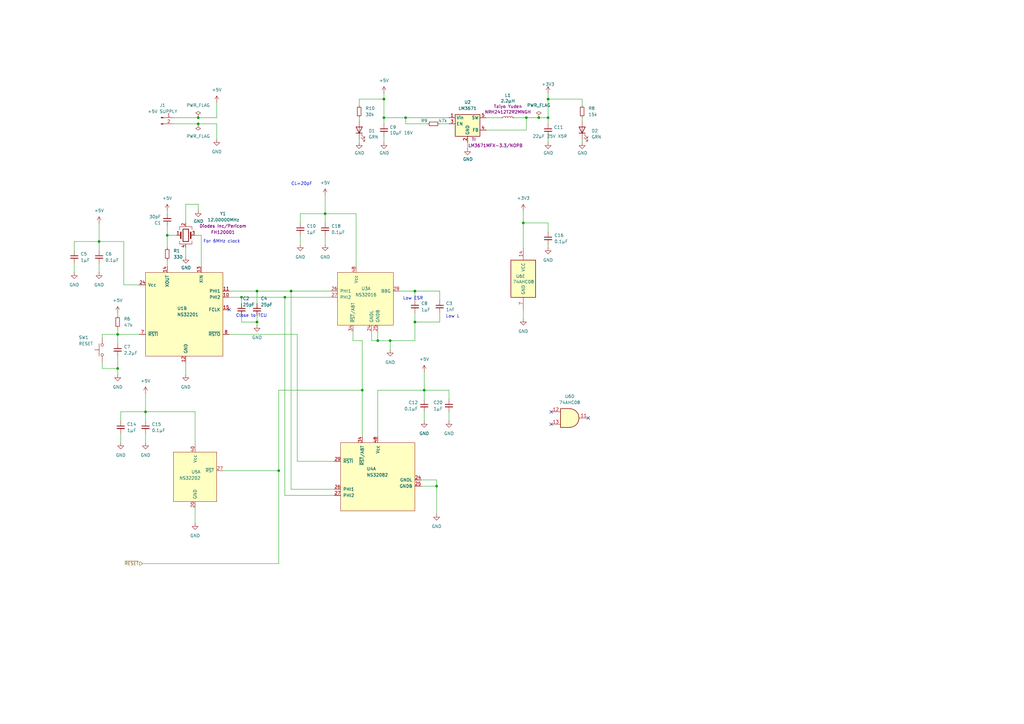
<source format=kicad_sch>
(kicad_sch (version 20231120) (generator "eeschema") (generator_version "8.0")
  (paper "A3")
  (title_block (title "NS32016 Toy PCB") (date "2024-07-24") (rev "Rev 2") (comment 1 "bson@rockgarden.net") (comment 2 "Jan Brittenson") (comment 3 "Power, NS32k Clock, Reset"))
  (lib_symbols
    (symbol "74xx:74LS08" (pin_names (offset 1.016))
      (property "Reference" "U" (at 0 1.27 0))
      (property "Value" "74LS08" (at 0 -1.27 0))
      (symbol "74LS08_1_1"
        (pin input line (at -7.62 2.54 0) (length 3.81) (name "~") (number "1"))
        (pin input line (at -7.62 -2.54 0) (length 3.81) (name "~") (number "2"))
        (pin output line (at 7.62 0 180) (length 3.81) (name "~") (number "3"))
      )
      (symbol "74LS08_1_2"
        (pin input inverted (at -7.62 2.54 0) (length 4.318) (name "~") (number "1"))
        (pin input inverted (at -7.62 -2.54 0) (length 4.318) (name "~") (number "2"))
        (pin output inverted (at 7.62 0 180) (length 3.81) (name "~") (number "3"))
      )
      (symbol "74LS08_2_1"
        (pin input line (at -7.62 2.54 0) (length 3.81) (name "~") (number "4"))
        (pin input line (at -7.62 -2.54 0) (length 3.81) (name "~") (number "5"))
        (pin output line (at 7.62 0 180) (length 3.81) (name "~") (number "6"))
      )
      (symbol "74LS08_2_2"
        (pin input inverted (at -7.62 2.54 0) (length 4.318) (name "~") (number "4"))
        (pin input inverted (at -7.62 -2.54 0) (length 4.318) (name "~") (number "5"))
        (pin output inverted (at 7.62 0 180) (length 3.81) (name "~") (number "6"))
      )
      (symbol "74LS08_3_1"
        (pin input line (at -7.62 -2.54 0) (length 3.81) (name "~") (number "10"))
        (pin output line (at 7.62 0 180) (length 3.81) (name "~") (number "8"))
        (pin input line (at -7.62 2.54 0) (length 3.81) (name "~") (number "9"))
      )
      (symbol "74LS08_3_2"
        (pin input inverted (at -7.62 -2.54 0) (length 4.318) (name "~") (number "10"))
        (pin output inverted (at 7.62 0 180) (length 3.81) (name "~") (number "8"))
        (pin input inverted (at -7.62 2.54 0) (length 4.318) (name "~") (number "9"))
      )
      (symbol "74LS08_4_1"
        (pin output line (at 7.62 0 180) (length 3.81) (name "~") (number "11"))
        (pin input line (at -7.62 2.54 0) (length 3.81) (name "~") (number "12"))
        (pin input line (at -7.62 -2.54 0) (length 3.81) (name "~") (number "13"))
      )
      (symbol "74LS08_4_2"
        (pin output inverted (at 7.62 0 180) (length 3.81) (name "~") (number "11"))
        (pin input inverted (at -7.62 2.54 0) (length 4.318) (name "~") (number "12"))
        (pin input inverted (at -7.62 -2.54 0) (length 4.318) (name "~") (number "13"))
      )
      (symbol "74LS08_5_0"
        (pin power_in line (at 0 12.7 270) (length 5.08) (name "VCC") (number "14"))
        (pin power_in line (at 0 -12.7 90) (length 5.08) (name "GND") (number "7"))
      )
    )
    (symbol "Connector:Conn_01x02_Pin" (pin_names (offset 1.016) hide)
      (property "Reference" "J" (at 0 2.54 0))
      (property "Value" "Conn_01x02_Pin" (at 0 -5.08 0))
      (symbol "Conn_01x02_Pin_1_1"
        (pin passive line (at 5.08 0 180) (length 3.81) (name "Pin_1") (number "1"))
        (pin passive line (at 5.08 -2.54 180) (length 3.81) (name "Pin_2") (number "2"))
      )
    )
    (symbol "Device:C_Small" (pin_numbers hide) (pin_names (offset 0.254) hide)
      (property "Reference" "C" (at 0.254 1.778 0))
      (property "Value" "C_Small" (at 0.254 -2.032 0))
      (symbol "C_Small_1_1"
        (pin passive line (at 0 2.54 270) (length 2.032) (name "~") (number "1"))
        (pin passive line (at 0 -2.54 90) (length 2.032) (name "~") (number "2"))
      )
    )
    (symbol "Device:Crystal_GND24" (pin_names (offset 1.016) hide)
      (property "Reference" "Y" (at 3.175 5.08 0))
      (property "Value" "Crystal_GND24" (at 3.175 3.175 0))
      (symbol "Crystal_GND24_1_1"
        (pin passive line (at -3.81 0 0) (length 1.27) (name "1") (number "1"))
        (pin passive line (at 0 5.08 270) (length 1.27) (name "2") (number "2"))
        (pin passive line (at 3.81 0 180) (length 1.27) (name "3") (number "3"))
        (pin passive line (at 0 -5.08 90) (length 1.27) (name "4") (number "4"))
      )
    )
    (symbol "Device:LED" (pin_numbers hide) (pin_names (offset 1.016) hide)
      (property "Reference" "D" (at 0 2.54 0))
      (property "Value" "LED" (at 0 -2.54 0))
      (symbol "LED_1_1"
        (pin passive line (at -3.81 0 0) (length 2.54) (name "K") (number "1"))
        (pin passive line (at 3.81 0 180) (length 2.54) (name "A") (number "2"))
      )
    )
    (symbol "Device:L_Small" (pin_numbers hide) (pin_names (offset 0.254) hide)
      (property "Reference" "L" (at 0.762 1.016 0))
      (property "Value" "L_Small" (at 0.762 -1.016 0))
      (symbol "L_Small_1_1"
        (pin passive line (at 0 2.54 270) (length 0.508) (name "~") (number "1"))
        (pin passive line (at 0 -2.54 90) (length 0.508) (name "~") (number "2"))
      )
    )
    (symbol "Device:R_Small" (pin_numbers hide) (pin_names (offset 0.254) hide)
      (property "Reference" "R" (at 0.762 0.508 0))
      (property "Value" "R_Small" (at 0.762 -1.016 0))
      (symbol "R_Small_1_1"
        (pin passive line (at 0 2.54 270) (length 0.762) (name "~") (number "1"))
        (pin passive line (at 0 -2.54 90) (length 0.762) (name "~") (number "2"))
      )
    )
    (symbol "NS32K_chipset:NS32016" (pin_names (offset 1.016))
      (property "Reference" "U" (at -1.27 5.08 0))
      (property "Value" "NS32016" (at 0 0 0))
      (symbol "NS32016_1_1"
        (pin power_in line (at 1.27 -12.7 90) (length 2.54) (name "GNDL") (number "24"))
        (pin power_in line (at 3.81 -12.7 90) (length 2.54) (name "GNDB") (number "25"))
        (pin input line (at -15.24 3.81 0) (length 2.54) (name "PHI1") (number "26"))
        (pin input line (at -15.24 1.27 0) (length 2.54) (name "PHI2") (number "27"))
        (pin power_out line (at 12.7 3.81 180) (length 2.54) (name "BBG") (number "29"))
        (pin input line (at -6.35 -12.7 90) (length 2.54) (name "~{RST}/ABT") (number "34"))
        (pin power_in line (at -5.08 13.97 270) (length 2.54) (name "Vcc") (number "48"))
      )
      (symbol "NS32016_2_1"
        (pin output line (at 15.24 -27.94 180) (length 2.54) (name "A22") (number "1"))
        (pin bidirectional line (at 15.24 -5.08 180) (length 2.54) (name "AD13") (number "10"))
        (pin bidirectional line (at 15.24 -2.54 180) (length 2.54) (name "AD12") (number "11"))
        (pin bidirectional line (at 15.24 0 180) (length 2.54) (name "AD11") (number "12"))
        (pin bidirectional line (at 15.24 2.54 180) (length 2.54) (name "AD10") (number "13"))
        (pin bidirectional line (at 15.24 5.08 180) (length 2.54) (name "AD9") (number "14"))
        (pin bidirectional line (at 15.24 7.62 180) (length 2.54) (name "AD8") (number "15"))
        (pin bidirectional line (at 15.24 10.16 180) (length 2.54) (name "AD7") (number "16"))
        (pin bidirectional line (at 15.24 12.7 180) (length 2.54) (name "AD6") (number "17"))
        (pin bidirectional line (at 15.24 15.24 180) (length 2.54) (name "AD5") (number "18"))
        (pin bidirectional line (at 15.24 17.78 180) (length 2.54) (name "AD4") (number "19"))
        (pin output line (at 15.24 -25.4 180) (length 2.54) (name "A21") (number "2"))
        (pin bidirectional line (at 15.24 20.32 180) (length 2.54) (name "AD3") (number "20"))
        (pin bidirectional line (at 15.24 22.86 180) (length 2.54) (name "AD2") (number "21"))
        (pin bidirectional line (at 15.24 25.4 180) (length 2.54) (name "AD1") (number "22"))
        (pin bidirectional line (at 15.24 27.94 180) (length 2.54) (name "AD0") (number "23"))
        (pin input line (at -1.27 -44.45 90) (length 2.54) (name "RDY") (number "28"))
        (pin output line (at 15.24 -22.86 180) (length 2.54) (name "A20") (number "3"))
        (pin input line (at -8.89 36.83 270) (length 2.54) (name "~{HOLD}") (number "30"))
        (pin output line (at -6.35 36.83 270) (length 2.54) (name "~{HLDA}") (number "31"))
        (pin output line (at 15.24 -35.56 180) (length 2.54) (name "~{HBE}") (number "32"))
        (pin bidirectional line (at -15.24 -21.59 0) (length 2.54) (name "~{DS}/~{FLT}") (number "33"))
        (pin output line (at 5.08 -44.45 90) (length 2.54) (name "~{AT}/~{SPC}") (number "35"))
        (pin output line (at -15.24 13.97 0) (length 2.54) (name "U/~{S}") (number "36"))
        (pin output line (at -3.81 -44.45 90) (length 2.54) (name "~{ADS}") (number "37"))
        (pin output line (at -6.35 -44.45 90) (length 2.54) (name "~{DDIN}") (number "38"))
        (pin output line (at -15.24 5.08 0) (length 2.54) (name "~{PFS}") (number "39"))
        (pin output line (at 15.24 -20.32 180) (length 2.54) (name "A19") (number "4"))
        (pin output line (at -15.24 -11.43 0) (length 2.54) (name "ST3") (number "40"))
        (pin output line (at -15.24 -8.89 0) (length 2.54) (name "ST2") (number "41"))
        (pin output line (at -15.24 -6.35 0) (length 2.54) (name "ST1") (number "42"))
        (pin output line (at -15.24 -3.81 0) (length 2.54) (name "ST0") (number "43"))
        (pin output line (at -15.24 8.89 0) (length 2.54) (name "~{ILO}") (number "44"))
        (pin input line (at 5.08 36.83 270) (length 2.54) (name "~{NMI}") (number "45"))
        (pin input line (at 2.54 36.83 270) (length 2.54) (name "~{INT}") (number "46"))
        (pin output line (at 15.24 -30.48 180) (length 2.54) (name "A23") (number "47"))
        (pin output line (at 15.24 -17.78 180) (length 2.54) (name "A18") (number "5"))
        (pin output line (at 15.24 -15.24 180) (length 2.54) (name "A17") (number "6"))
        (pin output line (at 15.24 -12.7 180) (length 2.54) (name "A16") (number "7"))
        (pin bidirectional line (at 15.24 -10.16 180) (length 2.54) (name "AD15") (number "8"))
        (pin bidirectional line (at 15.24 -7.62 180) (length 2.54) (name "AD14") (number "9"))
      )
    )
    (symbol "NS32K_chipset:NS32082" (pin_names (offset 1.016))
      (property "Reference" "U" (at 0 6.35 0))
      (property "Value" "NS32082" (at 0 2.54 0))
      (symbol "NS32082_1_1"
        (pin power_in line (at 16.51 0 180) (length 2.54) (name "GNDL") (number "24"))
        (pin power_in line (at 16.51 -2.54 180) (length 2.54) (name "GNDB") (number "25"))
        (pin input line (at -19.05 -3.81 0) (length 2.54) (name "PHI1") (number "26"))
        (pin input line (at -19.05 -6.35 0) (length 2.54) (name "PHI2") (number "27"))
        (pin input line (at -19.05 7.62 0) (length 2.54) (name "~{RSTI}") (number "29"))
        (pin output line (at -7.62 17.78 270) (length 2.54) (name "~{RST}/ABT") (number "34"))
        (pin power_in line (at -1.27 17.78 270) (length 2.54) (name "Vcc") (number "48"))
      )
      (symbol "NS32082_2_1"
        (pin bidirectional line (at 31.75 -25.4 90) (length 2.54) (name "A22") (number "1"))
        (pin bidirectional line (at 8.89 -25.4 90) (length 2.54) (name "AD13") (number "10"))
        (pin bidirectional line (at 6.35 -25.4 90) (length 2.54) (name "AD12") (number "11"))
        (pin bidirectional line (at 3.81 -25.4 90) (length 2.54) (name "AD11") (number "12"))
        (pin bidirectional line (at 1.27 -25.4 90) (length 2.54) (name "AD10") (number "13"))
        (pin bidirectional line (at -1.27 -25.4 90) (length 2.54) (name "AD9") (number "14"))
        (pin bidirectional line (at -3.81 -25.4 90) (length 2.54) (name "AD8") (number "15"))
        (pin bidirectional line (at -6.35 -25.4 90) (length 2.54) (name "AD7") (number "16"))
        (pin bidirectional line (at -8.89 -25.4 90) (length 2.54) (name "AD6") (number "17"))
        (pin bidirectional line (at -11.43 -25.4 90) (length 2.54) (name "AD5") (number "18"))
        (pin bidirectional line (at -13.97 -25.4 90) (length 2.54) (name "AD4") (number "19"))
        (pin bidirectional line (at 29.21 -25.4 90) (length 2.54) (name "A21") (number "2"))
        (pin bidirectional line (at -16.51 -25.4 90) (length 2.54) (name "AD3") (number "20"))
        (pin bidirectional line (at -19.05 -25.4 90) (length 2.54) (name "AD2") (number "21"))
        (pin bidirectional line (at -21.59 -25.4 90) (length 2.54) (name "AD1") (number "22"))
        (pin bidirectional line (at -24.13 -25.4 90) (length 2.54) (name "AD0") (number "23"))
        (pin input line (at -43.18 -12.7 0) (length 2.54) (name "RDY") (number "28"))
        (pin bidirectional line (at 26.67 -25.4 90) (length 2.54) (name "A20") (number "3"))
        (pin input line (at 41.91 7.62 180) (length 2.54) (name "~{HOLD}") (number "30"))
        (pin input line (at 41.91 5.08 180) (length 2.54) (name "~{HLDAI}") (number "31"))
        (pin output line (at 41.91 2.54 180) (length 2.54) (name "~{HLDAO}") (number "32"))
        (pin output line (at -43.18 -6.35 0) (length 2.54) (name "~{FLT}") (number "33"))
        (pin bidirectional line (at -43.18 16.51 0) (length 2.54) (name "~{AT}/~{SPC}") (number "35"))
        (pin input line (at -43.18 12.7 0) (length 2.54) (name "U/~{S}") (number "36"))
        (pin bidirectional line (at -29.21 -25.4 90) (length 2.54) (name "~{ADS}") (number "37"))
        (pin bidirectional line (at -31.75 -25.4 90) (length 2.54) (name "~{DDIN}") (number "38"))
        (pin input line (at -43.18 -16.51 0) (length 2.54) (name "~{PFS}") (number "39"))
        (pin bidirectional line (at 24.13 -25.4 90) (length 2.54) (name "A19") (number "4"))
        (pin input line (at -43.18 1.27 0) (length 2.54) (name "ST3") (number "40"))
        (pin input line (at -43.18 3.81 0) (length 2.54) (name "ST2") (number "41"))
        (pin input line (at -43.18 6.35 0) (length 2.54) (name "ST1") (number "42"))
        (pin input line (at -43.18 8.89 0) (length 2.54) (name "ST0") (number "43"))
        (pin output line (at -34.29 -25.4 90) (length 2.54) (name "~{PAV}") (number "44"))
        (pin output line (at -43.18 -3.81 0) (length 2.54) (name "~{INT}") (number "45"))
        (pin bidirectional line (at 36.83 -25.4 90) (length 2.54) (name "A24/~{HBF}") (number "46"))
        (pin bidirectional line (at 34.29 -25.4 90) (length 2.54) (name "A23") (number "47"))
        (pin bidirectional line (at 21.59 -25.4 90) (length 2.54) (name "A18") (number "5"))
        (pin bidirectional line (at 19.05 -25.4 90) (length 2.54) (name "A17") (number "6"))
        (pin bidirectional line (at 16.51 -25.4 90) (length 2.54) (name "A16") (number "7"))
        (pin bidirectional line (at 13.97 -25.4 90) (length 2.54) (name "AD15") (number "8"))
        (pin bidirectional line (at 11.43 -25.4 90) (length 2.54) (name "AD14") (number "9"))
      )
    )
    (symbol "NS32K_chipset:NS32201" (pin_names (offset 1.016))
      (property "Reference" "U" (at 0 1.27 0))
      (property "Value" "NS32201" (at 1.27 -2.54 0))
      (symbol "NS32201_1_1"
        (pin output line (at 20.32 7.62 180) (length 2.54) (name "~{DBE}") (number "1"))
        (pin output line (at 20.32 -11.43 180) (length 2.54) (name "CTTL") (number "16"))
        (pin output line (at 20.32 1.27 180) (length 2.54) (name "~{TSO}") (number "17"))
        (pin input line (at -16.51 -6.35 0) (length 2.54) (name "~{WAIT8}") (number "18"))
        (pin input line (at -16.51 -3.81 0) (length 2.54) (name "~{WAIT4}") (number "19"))
        (pin input line (at 7.62 -17.78 90) (length 2.54) (name "~{RWEN}/SYNC") (number "2"))
        (pin input line (at -16.51 -1.27 0) (length 2.54) (name "~{WAIT2}") (number "20"))
        (pin input line (at -16.51 1.27 0) (length 2.54) (name "~{WAIT1}") (number "21"))
        (pin input line (at -16.51 -10.16 0) (length 2.54) (name "~{CWAIT}") (number "22"))
        (pin input line (at 20.32 15.24 180) (length 2.54) (name "~{PER}") (number "23"))
        (pin output line (at 20.32 10.16 180) (length 2.54) (name "~{RD}") (number "3"))
        (pin output line (at 20.32 12.7 180) (length 2.54) (name "~{WR}") (number "4"))
        (pin input line (at 2.54 21.59 270) (length 2.54) (name "~{DDIN}") (number "5"))
        (pin input line (at 6.35 21.59 270) (length 2.54) (name "~{ADS}") (number "6"))
        (pin output line (at 20.32 -2.54 180) (length 2.54) (name "RDY") (number "9"))
      )
      (symbol "NS32201_2_1"
        (pin output line (at 20.32 8.89 180) (length 2.54) (name "PHI2") (number "10"))
        (pin output line (at 20.32 11.43 180) (length 2.54) (name "PHI1") (number "11"))
        (pin power_in line (at 2.54 -17.78 90) (length 2.54) (name "GND") (number "12"))
        (pin input line (at 8.89 21.59 270) (length 2.54) (name "XIN") (number "13"))
        (pin output line (at -5.08 21.59 270) (length 2.54) (name "XOUT") (number "14"))
        (pin output line (at 20.32 3.81 180) (length 2.54) (name "FCLK") (number "15"))
        (pin power_in line (at -16.51 13.97 0) (length 2.54) (name "Vcc") (number "24"))
        (pin input line (at -16.51 -6.35 0) (length 2.54) (name "~{RSTI}") (number "7"))
        (pin output line (at 20.32 -6.35 180) (length 2.54) (name "~{RSTO}") (number "8"))
      )
    )
    (symbol "NS32K_chipset:NS32202" (pin_names (offset 1.016))
      (property "Reference" "U" (at 0 2.54 0))
      (property "Value" "NS32202" (at 0 -2.54 0))
      (symbol "NS32202_1_1"
        (pin power_in line (at 0 -12.7 90) (length 2.54) (name "GND") (number "20"))
        (pin input line (at -11.43 2.54 0) (length 2.54) (name "~{RST}") (number "27"))
        (pin power_in line (at 0 12.7 270) (length 2.54) (name "Vcc") (number "40"))
      )
      (symbol "NS32202_2_1"
        (pin input line (at 13.97 -27.94 180) (length 2.54) (name "IR15") (number "1"))
        (pin input line (at 13.97 5.08 180) (length 2.54) (name "IR2") (number "10"))
        (pin input line (at 13.97 10.16 180) (length 2.54) (name "IR0") (number "11"))
        (pin bidirectional line (at -13.97 -30.48 0) (length 2.54) (name "D7") (number "12"))
        (pin bidirectional line (at -13.97 -27.94 0) (length 2.54) (name "D6") (number "13"))
        (pin bidirectional line (at -13.97 -25.4 0) (length 2.54) (name "D5") (number "14"))
        (pin bidirectional line (at -13.97 -22.86 0) (length 2.54) (name "D4") (number "15"))
        (pin bidirectional line (at -13.97 -20.32 0) (length 2.54) (name "D3") (number "16"))
        (pin bidirectional line (at -13.97 -17.78 0) (length 2.54) (name "D2") (number "17"))
        (pin bidirectional line (at -13.97 -15.24 0) (length 2.54) (name "D1") (number "18"))
        (pin bidirectional line (at -13.97 -12.7 0) (length 2.54) (name "D0") (number "19"))
        (pin output line (at -13.97 12.7 0) (length 2.54) (name "~{INT}") (number "2"))
        (pin input line (at -13.97 10.16 0) (length 2.54) (name "~{CS}") (number "21"))
        (pin input line (at -13.97 7.62 0) (length 2.54) (name "A0") (number "22"))
        (pin input line (at -13.97 5.08 0) (length 2.54) (name "A1") (number "23"))
        (pin input line (at -13.97 2.54 0) (length 2.54) (name "A2") (number "24"))
        (pin input line (at -13.97 0 0) (length 2.54) (name "A3") (number "25"))
        (pin input line (at -13.97 -2.54 0) (length 2.54) (name "A4") (number "26"))
        (pin input line (at -2.54 -38.1 90) (length 2.54) (name "~{HBE}") (number "28"))
        (pin output line (at 1.27 -38.1 90) (length 2.54) (name "Cout") (number "29"))
        (pin input line (at -13.97 -10.16 0) (length 2.54) (name "ST1") (number "3"))
        (pin input line (at -13.97 -5.08 0) (length 2.54) (name "~{RD}") (number "30"))
        (pin input line (at -13.97 -7.62 0) (length 2.54) (name "~{WR}") (number "31"))
        (pin input line (at -13.97 15.24 0) (length 2.54) (name "CLK") (number "32"))
        (pin input line (at 13.97 7.62 180) (length 2.54) (name "IR1") (number "33"))
        (pin input line (at 13.97 2.54 180) (length 2.54) (name "IR3") (number "34"))
        (pin input line (at 13.97 -2.54 180) (length 2.54) (name "IR5") (number "35"))
        (pin input line (at 13.97 -7.62 180) (length 2.54) (name "IR7") (number "36"))
        (pin input line (at 13.97 -12.7 180) (length 2.54) (name "IR9") (number "37"))
        (pin input line (at 13.97 -17.78 180) (length 2.54) (name "IR11") (number "38"))
        (pin input line (at 13.97 -22.86 180) (length 2.54) (name "IR13") (number "39"))
        (pin input line (at 13.97 -25.4 180) (length 2.54) (name "IR14") (number "4"))
        (pin input line (at 13.97 -20.32 180) (length 2.54) (name "IR12") (number "5"))
        (pin input line (at 13.97 -15.24 180) (length 2.54) (name "IR10") (number "6"))
        (pin input line (at 13.97 -10.16 180) (length 2.54) (name "IR8") (number "7"))
        (pin input line (at 13.97 -5.08 180) (length 2.54) (name "IR6") (number "8"))
        (pin input line (at 13.97 0 180) (length 2.54) (name "IR4") (number "9"))
      )
    )
    (symbol "Regulator_Switching:LM3670MF"
      (property "Reference" "U" (at -5.08 5.08 0))
      (property "Value" "LM3670MF" (at 0 5.08 0))
      (symbol "LM3670MF_1_1"
        (pin power_in line (at -7.62 2.54 0) (length 2.54) (name "Vin") (number "1"))
        (pin power_in line (at 0 -7.62 90) (length 2.54) (name "GND") (number "2"))
        (pin input line (at -7.62 0 0) (length 2.54) (name "EN") (number "3"))
        (pin input line (at 7.62 -2.54 180) (length 2.54) (name "FB") (number "4"))
        (pin input line (at 7.62 2.54 180) (length 2.54) (name "SW") (number "5"))
      )
    )
    (symbol "Switch:SW_Push" (pin_numbers hide) (pin_names (offset 1.016) hide)
      (property "Reference" "SW" (at 1.27 2.54 0))
      (property "Value" "SW_Push" (at 0 -1.524 0))
      (symbol "SW_Push_0_1"
        (pin passive line (at -5.08 0 0) (length 2.54) (name "1") (number "1"))
        (pin passive line (at 5.08 0 180) (length 2.54) (name "2") (number "2"))
      )
    )
    (symbol "power:+3V3" (power) (pin_numbers hide) (pin_names (offset 0) hide)
      (property "Value" "+3V3" (at 0 3.556 0))
      (symbol "+3V3_1_1"
        (pin power_in line (at 0 0 90) (length 0) (name "~") (number "1"))
      )
    )
    (symbol "power:+5V" (power) (pin_numbers hide) (pin_names (offset 0) hide)
      (property "Value" "+5V" (at 0 3.556 0))
      (symbol "+5V_1_1"
        (pin power_in line (at 0 0 90) (length 0) (name "~") (number "1"))
      )
    )
    (symbol "power:GND" (power) (pin_numbers hide) (pin_names (offset 0) hide)
      (property "Value" "GND" (at 0 -3.81 0))
      (symbol "GND_1_1"
        (pin power_in line (at 0 0 270) (length 0) (name "~") (number "1"))
      )
    )
    (symbol "power:PWR_FLAG" (power) (pin_numbers hide) (pin_names (offset 0) hide)
      (property "Value" "PWR_FLAG" (at 0 3.81 0))
      (symbol "PWR_FLAG_0_0"
        (pin power_out line (at 0 0 90) (length 0) (name "~") (number "1"))
      )
    )
  )
  (junction (at 48.26 137.16))
  (junction (at 48.26 151.13))
  (junction (at 105.41 119.38))
  (junction (at 214.63 91.44))
  (junction (at 157.48 40.64))
  (junction (at 148.59 160.02))
  (junction (at 59.69 168.91))
  (junction (at 215.9 48.26))
  (junction (at 224.79 48.26))
  (junction (at 40.64 99.06))
  (junction (at 157.48 48.26))
  (junction (at 170.18 132.08))
  (junction (at 220.98 48.26))
  (junction (at 160.02 139.7))
  (junction (at 179.07 199.39))
  (junction (at 154.94 139.7))
  (junction (at 105.41 132.08))
  (junction (at 81.28 50.8))
  (junction (at 114.3 193.04))
  (junction (at 81.28 48.26))
  (junction (at 99.06 121.92))
  (junction (at 133.35 87.63))
  (junction (at 224.79 40.64))
  (junction (at 68.58 96.52))
  (junction (at 119.38 119.38))
  (junction (at 173.99 160.02))
  (junction (at 116.84 121.92))
  (junction (at 166.37 48.26))
  (junction (at 170.18 119.38))
  (no_connect (at 226.06 173.99))
  (no_connect (at 93.98 127))
  (no_connect (at 226.06 168.91))
  (no_connect (at 241.3 171.45))
  (wire (pts (xy 238.76 40.64) (xy 224.79 40.64)))
  (wire (pts (xy 146.05 87.63) (xy 146.05 109.22)))
  (wire (pts (xy 173.99 160.02) (xy 184.15 160.02)))
  (wire (pts (xy 48.26 128.27) (xy 48.26 129.54)))
  (wire (pts (xy 99.06 129.54) (xy 99.06 132.08)))
  (wire (pts (xy 166.37 50.8) (xy 166.37 48.26)))
  (wire (pts (xy 76.2 83.82) (xy 76.2 91.44)))
  (wire (pts (xy 99.06 132.08) (xy 105.41 132.08)))
  (wire (pts (xy 50.8 99.06) (xy 50.8 116.84)))
  (wire (pts (xy 179.07 199.39) (xy 179.07 196.85)))
  (wire (pts (xy 154.94 135.89) (xy 154.94 139.7)))
  (wire (pts (xy 123.19 87.63) (xy 123.19 91.44)))
  (wire (pts (xy 147.32 57.15) (xy 147.32 58.42)))
  (wire (pts (xy 214.63 86.36) (xy 214.63 91.44)))
  (wire (pts (xy 184.15 168.91) (xy 184.15 172.72)))
  (wire (pts (xy 81.28 86.36) (xy 81.28 83.82)))
  (wire (pts (xy 224.79 100.33) (xy 224.79 101.6)))
  (wire (pts (xy 157.48 55.88) (xy 157.48 58.42)))
  (wire (pts (xy 105.41 132.08) (xy 105.41 133.35)))
  (wire (pts (xy 154.94 160.02) (xy 154.94 179.07)))
  (wire (pts (xy 220.98 48.26) (xy 215.9 48.26)))
  (wire (pts (xy 121.92 137.16) (xy 121.92 189.23)))
  (wire (pts (xy 121.92 189.23) (xy 137.16 189.23)))
  (wire (pts (xy 224.79 48.26) (xy 224.79 40.64)))
  (wire (pts (xy 191.77 60.96) (xy 191.77 58.42)))
  (wire (pts (xy 114.3 160.02) (xy 148.59 160.02)))
  (wire (pts (xy 116.84 121.92) (xy 135.89 121.92)))
  (wire (pts (xy 68.58 106.68) (xy 68.58 109.22)))
  (wire (pts (xy 184.15 160.02) (xy 184.15 163.83)))
  (wire (pts (xy 105.41 119.38) (xy 119.38 119.38)))
  (wire (pts (xy 160.02 139.7) (xy 154.94 139.7)))
  (wire (pts (xy 205.74 48.26) (xy 199.39 48.26)))
  (wire (pts (xy 80.01 168.91) (xy 80.01 182.88)))
  (wire (pts (xy 114.3 193.04) (xy 114.3 160.02)))
  (wire (pts (xy 172.72 199.39) (xy 179.07 199.39)))
  (wire (pts (xy 48.26 137.16) (xy 57.15 137.16)))
  (wire (pts (xy 59.69 161.29) (xy 59.69 168.91)))
  (wire (pts (xy 175.26 50.8) (xy 166.37 50.8)))
  (wire (pts (xy 48.26 134.62) (xy 48.26 137.16)))
  (wire (pts (xy 214.63 91.44) (xy 214.63 101.6)))
  (wire (pts (xy 105.41 119.38) (xy 105.41 124.46)))
  (wire (pts (xy 80.01 208.28) (xy 80.01 214.63)))
  (wire (pts (xy 59.69 177.8) (xy 59.69 181.61)))
  (wire (pts (xy 40.64 99.06) (xy 30.48 99.06)))
  (wire (pts (xy 40.64 91.44) (xy 40.64 99.06)))
  (wire (pts (xy 76.2 101.6) (xy 76.2 105.41)))
  (wire (pts (xy 148.59 139.7) (xy 144.78 139.7)))
  (wire (pts (xy 76.2 148.59) (xy 76.2 153.67)))
  (wire (pts (xy 88.9 48.26) (xy 81.28 48.26)))
  (wire (pts (xy 71.12 50.8) (xy 81.28 50.8)))
  (wire (pts (xy 215.9 53.34) (xy 215.9 48.26)))
  (wire (pts (xy 30.48 107.95) (xy 30.48 111.76)))
  (wire (pts (xy 170.18 119.38) (xy 163.83 119.38)))
  (wire (pts (xy 68.58 96.52) (xy 68.58 101.6)))
  (wire (pts (xy 170.18 132.08) (xy 170.18 128.27)))
  (wire (pts (xy 148.59 139.7) (xy 148.59 160.02)))
  (wire (pts (xy 68.58 86.36) (xy 68.58 87.63)))
  (wire (pts (xy 170.18 132.08) (xy 170.18 139.7)))
  (wire (pts (xy 184.15 48.26) (xy 166.37 48.26)))
  (wire (pts (xy 48.26 146.05) (xy 48.26 151.13)))
  (wire (pts (xy 224.79 95.25) (xy 224.79 91.44)))
  (wire (pts (xy 133.35 87.63) (xy 123.19 87.63)))
  (wire (pts (xy 58.42 231.14) (xy 114.3 231.14)))
  (wire (pts (xy 48.26 151.13) (xy 48.26 153.67)))
  (wire (pts (xy 180.34 119.38) (xy 170.18 119.38)))
  (wire (pts (xy 68.58 96.52) (xy 72.39 96.52)))
  (wire (pts (xy 123.19 96.52) (xy 123.19 100.33)))
  (wire (pts (xy 119.38 119.38) (xy 119.38 200.66)))
  (wire (pts (xy 48.26 137.16) (xy 48.26 140.97)))
  (wire (pts (xy 93.98 137.16) (xy 121.92 137.16)))
  (wire (pts (xy 133.35 96.52) (xy 133.35 100.33)))
  (wire (pts (xy 40.64 107.95) (xy 40.64 111.76)))
  (wire (pts (xy 180.34 50.8) (xy 184.15 50.8)))
  (wire (pts (xy 49.53 168.91) (xy 49.53 172.72)))
  (wire (pts (xy 170.18 119.38) (xy 170.18 123.19)))
  (wire (pts (xy 82.55 96.52) (xy 82.55 109.22)))
  (wire (pts (xy 166.37 48.26) (xy 157.48 48.26)))
  (wire (pts (xy 50.8 116.84) (xy 57.15 116.84)))
  (wire (pts (xy 41.91 137.16) (xy 41.91 138.43)))
  (wire (pts (xy 238.76 57.15) (xy 238.76 58.42)))
  (wire (pts (xy 157.48 38.1) (xy 157.48 40.64)))
  (wire (pts (xy 41.91 148.59) (xy 41.91 151.13)))
  (wire (pts (xy 40.64 99.06) (xy 40.64 102.87)))
  (wire (pts (xy 99.06 121.92) (xy 99.06 124.46)))
  (wire (pts (xy 144.78 139.7) (xy 144.78 135.89)))
  (wire (pts (xy 147.32 40.64) (xy 157.48 40.64)))
  (wire (pts (xy 68.58 92.71) (xy 68.58 96.52)))
  (wire (pts (xy 91.44 193.04) (xy 114.3 193.04)))
  (wire (pts (xy 215.9 48.26) (xy 210.82 48.26)))
  (wire (pts (xy 49.53 177.8) (xy 49.53 181.61)))
  (wire (pts (xy 41.91 151.13) (xy 48.26 151.13)))
  (wire (pts (xy 152.4 139.7) (xy 154.94 139.7)))
  (wire (pts (xy 119.38 119.38) (xy 135.89 119.38)))
  (wire (pts (xy 30.48 99.06) (xy 30.48 102.87)))
  (wire (pts (xy 148.59 160.02) (xy 148.59 179.07)))
  (wire (pts (xy 119.38 200.66) (xy 137.16 200.66)))
  (wire (pts (xy 80.01 96.52) (xy 82.55 96.52)))
  (wire (pts (xy 180.34 123.19) (xy 180.34 119.38)))
  (wire (pts (xy 224.79 48.26) (xy 224.79 50.8)))
  (wire (pts (xy 93.98 121.92) (xy 99.06 121.92)))
  (wire (pts (xy 224.79 38.1) (xy 224.79 40.64)))
  (wire (pts (xy 147.32 48.26) (xy 147.32 49.53)))
  (wire (pts (xy 105.41 129.54) (xy 105.41 132.08)))
  (wire (pts (xy 147.32 43.18) (xy 147.32 40.64)))
  (wire (pts (xy 41.91 137.16) (xy 48.26 137.16)))
  (wire (pts (xy 238.76 43.18) (xy 238.76 40.64)))
  (wire (pts (xy 116.84 203.2) (xy 137.16 203.2)))
  (wire (pts (xy 179.07 210.82) (xy 179.07 199.39)))
  (wire (pts (xy 93.98 119.38) (xy 105.41 119.38)))
  (wire (pts (xy 199.39 53.34) (xy 215.9 53.34)))
  (wire (pts (xy 88.9 50.8) (xy 88.9 57.15)))
  (wire (pts (xy 133.35 87.63) (xy 133.35 91.44)))
  (wire (pts (xy 157.48 48.26) (xy 157.48 50.8)))
  (wire (pts (xy 81.28 83.82) (xy 76.2 83.82)))
  (wire (pts (xy 214.63 127) (xy 214.63 130.81)))
  (wire (pts (xy 180.34 132.08) (xy 170.18 132.08)))
  (wire (pts (xy 224.79 91.44) (xy 214.63 91.44)))
  (wire (pts (xy 179.07 196.85) (xy 172.72 196.85)))
  (wire (pts (xy 224.79 48.26) (xy 220.98 48.26)))
  (wire (pts (xy 81.28 48.26) (xy 71.12 48.26)))
  (wire (pts (xy 180.34 128.27) (xy 180.34 132.08)))
  (wire (pts (xy 116.84 121.92) (xy 116.84 203.2)))
  (wire (pts (xy 81.28 50.8) (xy 88.9 50.8)))
  (wire (pts (xy 59.69 168.91) (xy 80.01 168.91)))
  (wire (pts (xy 173.99 168.91) (xy 173.99 172.72)))
  (wire (pts (xy 160.02 139.7) (xy 160.02 143.51)))
  (wire (pts (xy 59.69 168.91) (xy 59.69 172.72)))
  (wire (pts (xy 224.79 58.42) (xy 224.79 55.88)))
  (wire (pts (xy 114.3 231.14) (xy 114.3 193.04)))
  (wire (pts (xy 59.69 168.91) (xy 49.53 168.91)))
  (wire (pts (xy 157.48 40.64) (xy 157.48 48.26)))
  (wire (pts (xy 88.9 41.91) (xy 88.9 48.26)))
  (wire (pts (xy 173.99 160.02) (xy 154.94 160.02)))
  (wire (pts (xy 40.64 99.06) (xy 50.8 99.06)))
  (wire (pts (xy 170.18 139.7) (xy 160.02 139.7)))
  (wire (pts (xy 152.4 135.89) (xy 152.4 139.7)))
  (wire (pts (xy 133.35 80.01) (xy 133.35 87.63)))
  (wire (pts (xy 173.99 152.4) (xy 173.99 160.02)))
  (wire (pts (xy 99.06 121.92) (xy 116.84 121.92)))
  (wire (pts (xy 238.76 48.26) (xy 238.76 49.53)))
  (wire (pts (xy 173.99 160.02) (xy 173.99 163.83)))
  (wire (pts (xy 133.35 87.63) (xy 146.05 87.63)))
  (text "Low L" (at 185.674 129.794 0) (effects (font (size 1.27 1.27))))
  (text "For 6MHz clock" (at 90.932 99.06 0) (effects (font (size 1.27 1.27))))
  (text "CL=20pF" (at 119.38 76.2 0) (effects (font (size 1.27 1.27)) (justify left bottom)))
  (text "Close to TCU" (at 103.124 129.54 0) (effects (font (size 1.27 1.27))))
  (text "Low ESR" (at 169.418 122.428 0) (effects (font (size 1.27 1.27))))
  (hierarchical_label "~{RESET}" (shape input) (at 58.42 231.14 180))
  (symbol (lib_id "74xx:74LS08") (at 214.63 114.3 0) (unit 5)
    (property "Reference" "U6" (at 211.582 113.284 0) (effects (justify left)))
    (property "Value" "74AHC08" (at 210.312 115.57 0) (effects (justify left)))
    (property "Footprint" "Package_SO:TSSOP-14_4.4x5mm_P0.65mm" (effects (hide yes)))
    (property "Datasheet" "http://www.ti.com/lit/gpn/sn74LS08" (effects (hide yes)))
    (property "Description" "Quad And2" (effects (hide yes)))
  )
  (symbol (lib_id "power:+5V") (at 48.26 128.27 0) (unit 1)
    (property "Reference" "#PWR081" (effects (hide yes)))
    (property "Value" "+5V" (at 48.26 123.19 0))
    (property "Description" "Power symbol creates a global label with name \"+5V\"" (effects (hide yes)))
  )
  (symbol (lib_id "Switch:SW_Push") (at 41.91 143.51 90) (mirror x) (unit 1)
    (property "Reference" "SW1" (at 32.258 138.43 90) (effects (justify right)))
    (property "Value" "RESET" (at 32.258 140.97 90) (effects (justify right)))
    (property "Footprint" "Button_Switch_SMD:SW_SPST_CK_RS282G05A3" (effects (hide yes)))
    (property "Description" "Push button switch, generic, two pins" (effects (hide yes)))
  )
  (symbol (lib_id "Device:C_Small") (at 173.99 166.37 0) (mirror y) (unit 1)
    (property "Reference" "C12" (at 171.45 165.1062 0) (effects (justify left)))
    (property "Value" "0.1µF" (at 171.45 167.6462 0) (effects (justify left)))
    (property "Footprint" "Capacitor_SMD:C_0402_1005Metric" (effects (hide yes)))
    (property "Description" "Unpolarized capacitor, small symbol" (effects (hide yes)))
  )
  (symbol (lib_id "Device:R_Small") (at 48.26 132.08 0) (unit 1)
    (property "Reference" "R6" (at 50.8 130.8099 0) (effects (justify left)))
    (property "Value" "47k" (at 50.8 133.3499 0) (effects (justify left)))
    (property "Footprint" "Resistor_SMD:R_0402_1005Metric" (effects (hide yes)))
    (property "Description" "Resistor, small symbol" (effects (hide yes)))
  )
  (symbol (lib_id "power:GND") (at 76.2 105.41 0) (unit 1)
    (property "Reference" "#PWR087" (effects (hide yes)))
    (property "Value" "GND" (at 76.327 109.8042 0))
  )
  (symbol (lib_id "power:GND") (at 179.07 210.82 0) (unit 1)
    (property "Reference" "#PWR0103" (effects (hide yes)))
    (property "Value" "GND" (at 179.07 215.9 0))
    (property "Description" "Power symbol creates a global label with name \"GND\" , ground" (effects (hide yes)))
  )
  (symbol (lib_id "Device:C_Small") (at 40.64 105.41 0) (unit 1)
    (property "Reference" "C6" (at 43.18 104.1462 0) (effects (justify left)))
    (property "Value" "0.1µF" (at 43.18 106.6862 0) (effects (justify left)))
    (property "Footprint" "Capacitor_SMD:C_0402_1005Metric" (effects (hide yes)))
    (property "Description" "Unpolarized capacitor, small symbol" (effects (hide yes)))
  )
  (symbol (lib_id "Device:R_Small") (at 68.58 104.14 0) (unit 1)
    (property "Reference" "R1" (at 71.12 102.8699 0) (effects (justify left)))
    (property "Value" "330" (at 71.12 105.4099 0) (effects (justify left)))
    (property "Footprint" "Resistor_SMD:R_0402_1005Metric" (effects (hide yes)))
    (property "Description" "Resistor, small symbol" (effects (hide yes)))
  )
  (symbol (lib_id "power:GND") (at 49.53 181.61 0) (unit 1)
    (property "Reference" "#PWR083" (effects (hide yes)))
    (property "Value" "GND" (at 49.53 186.69 0))
    (property "Description" "Power symbol creates a global label with name \"GND\" , ground" (effects (hide yes)))
  )
  (symbol (lib_id "NS32K_chipset:NS32202") (at 80.01 195.58 0) (mirror y) (unit 1)
    (property "Reference" "U5" (at 82.296 193.548 0) (effects (justify left)))
    (property "Value" "NS32202" (at 82.296 196.088 0) (effects (justify left)))
    (property "Footprint" "Package_DIP:DIP-40_W15.24mm_Socket" (effects (hide yes)))
    (property "Description" "ICU" (effects (hide yes)))
  )
  (symbol (lib_id "power:+3V3") (at 214.63 86.36 0) (unit 1)
    (property "Reference" "#PWR0106" (effects (hide yes)))
    (property "Value" "+3V3" (at 214.63 81.28 0))
    (property "Description" "Power symbol creates a global label with name \"+3V3\"" (effects (hide yes)))
  )
  (symbol (lib_id "Device:R_Small") (at 238.76 45.72 0) (unit 1)
    (property "Reference" "R8" (at 241.3 44.4499 0) (effects (justify left)))
    (property "Value" "15k" (at 241.3 46.9899 0) (effects (justify left)))
    (property "Footprint" "Resistor_SMD:R_0402_1005Metric" (effects (hide yes)))
    (property "Description" "Resistor, small symbol" (effects (hide yes)))
  )
  (symbol (lib_id "power:+5V") (at 88.9 41.91 0) (unit 1)
    (property "Reference" "#PWR091" (effects (hide yes)))
    (property "Value" "+5V" (at 88.9 36.83 0))
    (property "Description" "Power symbol creates a global label with name \"+5V\"" (effects (hide yes)))
  )
  (symbol (lib_id "Device:R_Small") (at 147.32 45.72 0) (unit 1)
    (property "Reference" "R10" (at 149.86 44.4499 0) (effects (justify left)))
    (property "Value" "30k" (at 149.86 46.9899 0) (effects (justify left)))
    (property "Footprint" "Resistor_SMD:R_0402_1005Metric" (effects (hide yes)))
    (property "Description" "Resistor, small symbol" (effects (hide yes)))
  )
  (symbol (lib_id "power:+5V") (at 133.35 80.01 0) (unit 1)
    (property "Reference" "#PWR095" (effects (hide yes)))
    (property "Value" "+5V" (at 133.35 74.93 0))
    (property "Description" "Power symbol creates a global label with name \"+5V\"" (effects (hide yes)))
  )
  (symbol (lib_id "power:+5V") (at 173.99 152.4 0) (mirror y) (unit 1)
    (property "Reference" "#PWR0101" (effects (hide yes)))
    (property "Value" "+5V" (at 173.99 147.32 0))
    (property "Description" "Power symbol creates a global label with name \"+5V\"" (effects (hide yes)))
  )
  (symbol (lib_id "power:GND") (at 59.69 181.61 0) (unit 1)
    (property "Reference" "#PWR085" (effects (hide yes)))
    (property "Value" "GND" (at 59.69 186.69 0))
    (property "Description" "Power symbol creates a global label with name \"GND\" , ground" (effects (hide yes)))
  )
  (symbol (lib_id "Device:C_Small") (at 30.48 105.41 0) (unit 1)
    (property "Reference" "C5" (at 33.02 104.1462 0) (effects (justify left)))
    (property "Value" "1µF" (at 33.02 106.6862 0) (effects (justify left)))
    (property "Footprint" "Capacitor_SMD:C_0603_1608Metric" (effects (hide yes)))
    (property "Description" "Unpolarized capacitor, small symbol" (effects (hide yes)))
  )
  (symbol (lib_id "power:GND") (at 173.99 172.72 0) (mirror y) (unit 1)
    (property "Reference" "#PWR0102" (effects (hide yes)))
    (property "Value" "GND" (at 173.99 177.8 0))
    (property "Description" "Power symbol creates a global label with name \"GND\" , ground" (effects (hide yes)))
  )
  (symbol (lib_id "NS32K_chipset:NS32016") (at 151.13 123.19 0) (unit 1)
    (property "Reference" "U3" (at 150.114 118.364 0))
    (property "Value" "NS32016" (at 150.114 120.904 0))
    (property "Footprint" "Package_DIP:DIP-48_W15.24mm_Socket" (effects (hide yes)))
    (property "Description" "CPU" (effects (hide yes)))
  )
  (symbol (lib_id "power:GND") (at 76.2 153.67 0) (unit 1)
    (property "Reference" "#PWR088" (effects (hide yes)))
    (property "Value" "GND" (at 76.2 158.75 0))
    (property "Description" "Power symbol creates a global label with name \"GND\" , ground" (effects (hide yes)))
  )
  (symbol (lib_id "Device:C_Small") (at 157.48 53.34 0) (unit 1)
    (property "Reference" "C9" (at 159.8168 52.197 0) (effects (justify left)))
    (property "Value" "10µF 16V" (at 159.8168 54.4576 0) (effects (justify left)))
    (property "Footprint" "Capacitor_SMD:C_0603_1608Metric" (effects (hide yes)))
  )
  (symbol (lib_id "Device:C_Small") (at 133.35 93.98 0) (unit 1)
    (property "Reference" "C18" (at 135.89 92.7162 0) (effects (justify left)))
    (property "Value" "0.1µF" (at 135.89 95.2562 0) (effects (justify left)))
    (property "Footprint" "Capacitor_SMD:C_0402_1005Metric" (effects (hide yes)))
    (property "Description" "Unpolarized capacitor, small symbol" (effects (hide yes)))
  )
  (symbol (lib_id "power:+5V") (at 40.64 91.44 0) (unit 1)
    (property "Reference" "#PWR079" (effects (hide yes)))
    (property "Value" "+5V" (at 40.64 86.36 0))
    (property "Description" "Power symbol creates a global label with name \"+5V\"" (effects (hide yes)))
  )
  (symbol (lib_id "power:+5V") (at 59.69 161.29 0) (unit 1)
    (property "Reference" "#PWR084" (effects (hide yes)))
    (property "Value" "+5V" (at 59.69 156.21 0))
    (property "Description" "Power symbol creates a global label with name \"+5V\"" (effects (hide yes)))
  )
  (symbol (lib_id "Device:C_Small") (at 224.79 97.79 0) (unit 1)
    (property "Reference" "C16" (at 227.33 96.5262 0) (effects (justify left)))
    (property "Value" "0.1µF" (at 227.33 99.0662 0) (effects (justify left)))
    (property "Footprint" "Capacitor_SMD:C_0402_1005Metric" (effects (hide yes)))
    (property "Description" "Unpolarized capacitor, small symbol" (effects (hide yes)))
  )
  (symbol (lib_id "Device:C_Small") (at 48.26 143.51 0) (unit 1)
    (property "Reference" "C7" (at 50.8 142.2462 0) (effects (justify left)))
    (property "Value" "2.2µF" (at 50.8 144.7862 0) (effects (justify left)))
    (property "Footprint" "Capacitor_SMD:C_0603_1608Metric" (effects (hide yes)))
    (property "Description" "Unpolarized capacitor, small symbol" (effects (hide yes)))
  )
  (symbol (lib_id "Device:R_Small") (at 177.8 50.8 270) (unit 1)
    (property "Reference" "R9" (at 173.99 49.53 90))
    (property "Value" "47k" (at 181.61 49.53 90))
    (property "Footprint" "Resistor_SMD:R_0402_1005Metric" (effects (hide yes)))
  )
  (symbol (lib_id "Device:C_Small") (at 170.18 125.73 0) (unit 1)
    (property "Reference" "C8" (at 172.72 124.4662 0) (effects (justify left)))
    (property "Value" "1µF" (at 172.72 127.0062 0) (effects (justify left)))
    (property "Footprint" "Capacitor_SMD:C_0603_1608Metric" (effects (hide yes)))
    (property "Description" "Unpolarized capacitor, small symbol" (effects (hide yes)))
  )
  (symbol (lib_id "Regulator_Switching:LM3670MF") (at 191.77 50.8 0) (unit 1)
    (property "Reference" "U2" (at 191.77 41.91 0))
    (property "Value" "LM3671" (at 191.77 44.45 0))
    (property "Footprint" "Package_TO_SOT_SMD:TSOT-23-5" (effects (hide yes)))
    (property "Datasheet" "http://www.ti.com/lit/ds/symlink/lm3670.pdf" (effects (hide yes)))
    (property "Description" "Miniature Step-Down DC-DC Converter for Ultralow Voltage Circuits, 2.5V < Vin < 5.5V, adjustable output voltage, SOT-23-5" (effects (hide yes)))
    (property "Mfg" "TI" (at 194.31 57.15 0))
    (property "Part" "LM3671MFX-3.3/NOPB" (at 203.2 59.69 0))
  )
  (symbol (lib_id "power:GND") (at 238.76 58.42 0) (unit 1)
    (property "Reference" "#PWR0111" (effects (hide yes)))
    (property "Value" "GND" (at 238.887 62.7634 0))
  )
  (symbol (lib_id "Device:C_Small") (at 184.15 166.37 0) (mirror y) (unit 1)
    (property "Reference" "C20" (at 181.61 165.1062 0) (effects (justify left)))
    (property "Value" "1µF" (at 181.61 167.6462 0) (effects (justify left)))
    (property "Footprint" "Capacitor_SMD:C_0603_1608Metric" (effects (hide yes)))
    (property "Description" "Unpolarized capacitor, small symbol" (effects (hide yes)))
  )
  (symbol (lib_id "power:PWR_FLAG") (at 81.28 48.26 0) (unit 1)
    (property "Reference" "#FLG01" (effects (hide yes)))
    (property "Value" "PWR_FLAG" (at 81.28 43.18 0))
    (property "Description" "Special symbol for telling ERC where power comes from" (effects (hide yes)))
  )
  (symbol (lib_id "power:GND") (at 80.01 214.63 0) (unit 1)
    (property "Reference" "#PWR089" (effects (hide yes)))
    (property "Value" "GND" (at 80.01 219.71 0))
    (property "Description" "Power symbol creates a global label with name \"GND\" , ground" (effects (hide yes)))
  )
  (symbol (lib_id "NS32K_chipset:NS32082") (at 156.21 196.85 0) (unit 1)
    (property "Reference" "U4" (at 150.368 192.278 0) (effects (justify left)))
    (property "Value" "NS32082" (at 150.368 194.818 0) (effects (justify left)))
    (property "Footprint" "Package_DIP:DIP-48_W15.24mm_Socket" (effects (hide yes)))
    (property "Description" "MMU" (effects (hide yes)))
  )
  (symbol (lib_id "power:GND") (at 191.77 60.96 0) (unit 1)
    (property "Reference" "#PWR0105" (effects (hide yes)))
    (property "Value" "GND" (at 191.897 65.3034 0))
  )
  (symbol (lib_id "power:GND") (at 40.64 111.76 0) (unit 1)
    (property "Reference" "#PWR080" (effects (hide yes)))
    (property "Value" "GND" (at 40.64 116.84 0))
    (property "Description" "Power symbol creates a global label with name \"GND\" , ground" (effects (hide yes)))
  )
  (symbol (lib_id "power:GND") (at 214.63 130.81 0) (unit 1)
    (property "Reference" "#PWR0107" (effects (hide yes)))
    (property "Value" "GND" (at 214.63 135.89 0))
    (property "Description" "Power symbol creates a global label with name \"GND\" , ground" (effects (hide yes)))
  )
  (symbol (lib_id "Device:L_Small") (at 208.28 48.26 90) (unit 1)
    (property "Reference" "L1" (at 208.28 39.1414 90))
    (property "Value" "2.2µH" (at 208.28 41.402 90))
    (property "Footprint" "Inductor_SMD:L_Taiyo-Yuden_NR-24xx" (effects (hide yes)))
    (property "Mfg" "Taiyo Yuden" (at 208.28 43.6626 90))
    (property "Part" "NRH2412T2R2MNGH" (at 208.28 45.9232 90))
  )
  (symbol (lib_id "Connector:Conn_01x02_Pin") (at 66.04 48.26 0) (unit 1)
    (property "Reference" "J1" (at 66.675 43.18 0))
    (property "Value" "+5V SUPPLY" (at 66.675 45.72 0))
    (property "Footprint" "Connector_PinHeader_2.54mm:PinHeader_1x02_P2.54mm_Vertical" (effects (hide yes)))
    (property "Description" "Generic connector, single row, 01x02, script generated" (effects (hide yes)))
  )
  (symbol (lib_id "power:GND") (at 48.26 153.67 0) (unit 1)
    (property "Reference" "#PWR082" (effects (hide yes)))
    (property "Value" "GND" (at 48.26 158.75 0))
    (property "Description" "Power symbol creates a global label with name \"GND\" , ground" (effects (hide yes)))
  )
  (symbol (lib_id "power:GND") (at 147.32 58.42 0) (unit 1)
    (property "Reference" "#PWR097" (effects (hide yes)))
    (property "Value" "GND" (at 147.447 62.7634 0))
  )
  (symbol (lib_id "74xx:74LS08") (at 233.68 171.45 0) (unit 4)
    (property "Reference" "U6" (at 233.6717 162.56 0))
    (property "Value" "74AHC08" (at 233.6717 165.1 0))
    (property "Footprint" "Package_SO:TSSOP-14_4.4x5mm_P0.65mm" (effects (hide yes)))
    (property "Datasheet" "http://www.ti.com/lit/gpn/sn74LS08" (effects (hide yes)))
    (property "Description" "Quad And2" (effects (hide yes)))
  )
  (symbol (lib_id "power:GND") (at 123.19 100.33 0) (unit 1)
    (property "Reference" "#PWR094" (effects (hide yes)))
    (property "Value" "GND" (at 123.19 105.41 0))
    (property "Description" "Power symbol creates a global label with name \"GND\" , ground" (effects (hide yes)))
  )
  (symbol (lib_id "power:GND") (at 224.79 58.42 0) (unit 1)
    (property "Reference" "#PWR0109" (effects (hide yes)))
    (property "Value" "GND" (at 224.917 62.7634 0))
  )
  (symbol (lib_id "power:GND") (at 88.9 57.15 0) (unit 1)
    (property "Reference" "#PWR092" (effects (hide yes)))
    (property "Value" "GND" (at 88.9 62.23 0))
    (property "Description" "Power symbol creates a global label with name \"GND\" , ground" (effects (hide yes)))
  )
  (symbol (lib_id "Device:C_Small") (at 59.69 175.26 0) (unit 1)
    (property "Reference" "C15" (at 62.23 173.9962 0) (effects (justify left)))
    (property "Value" "0.1µF" (at 62.23 176.5362 0) (effects (justify left)))
    (property "Footprint" "Capacitor_SMD:C_0402_1005Metric" (effects (hide yes)))
    (property "Description" "Unpolarized capacitor, small symbol" (effects (hide yes)))
  )
  (symbol (lib_id "Device:C_Small") (at 49.53 175.26 0) (unit 1)
    (property "Reference" "C14" (at 52.07 173.9962 0) (effects (justify left)))
    (property "Value" "1µF" (at 52.07 176.5362 0) (effects (justify left)))
    (property "Footprint" "Capacitor_SMD:C_0603_1608Metric" (effects (hide yes)))
    (property "Description" "Unpolarized capacitor, small symbol" (effects (hide yes)))
  )
  (symbol (lib_id "Device:C_Small") (at 105.41 127 0) (unit 1)
    (property "Reference" "C4" (at 106.934 122.428 0) (effects (justify left)))
    (property "Value" "25pF" (at 106.934 124.968 0) (effects (justify left)))
    (property "Footprint" "Capacitor_SMD:C_0402_1005Metric" (effects (hide yes)))
    (property "Description" "Unpolarized capacitor, small symbol" (effects (hide yes)))
  )
  (symbol (lib_id "Device:Crystal_GND24") (at 76.2 96.52 0) (unit 1)
    (property "Reference" "Y1" (at 90.17 87.63 0) (effects (justify left)))
    (property "Value" "12.00000MHz" (at 85.09 90.17 0) (effects (justify left)))
    (property "Footprint" "FH12000001:FH12000001" (effects (hide yes)))
    (property "Mfg" "Diodes Inc/Pericom" (at 91.44 92.71 0))
    (property "Part" "FH120001" (at 91.44 95.25 0))
  )
  (symbol (lib_id "power:GND") (at 105.41 133.35 0) (unit 1)
    (property "Reference" "#PWR093" (effects (hide yes)))
    (property "Value" "GND" (at 105.41 138.43 0))
    (property "Description" "Power symbol creates a global label with name \"GND\" , ground" (effects (hide yes)))
  )
  (symbol (lib_id "Device:C_Small") (at 99.06 127 0) (unit 1)
    (property "Reference" "C2" (at 99.568 122.428 0) (effects (justify left)))
    (property "Value" "25pF" (at 99.568 124.968 0) (effects (justify left)))
    (property "Footprint" "Capacitor_SMD:C_0402_1005Metric" (effects (hide yes)))
    (property "Description" "Unpolarized capacitor, small symbol" (effects (hide yes)))
  )
  (symbol (lib_id "power:PWR_FLAG") (at 220.98 48.26 0) (unit 1)
    (property "Reference" "#FLG03" (effects (hide yes)))
    (property "Value" "PWR_FLAG" (at 220.98 43.18 0))
    (property "Description" "Special symbol for telling ERC where power comes from" (effects (hide yes)))
  )
  (symbol (lib_id "Device:C_Small") (at 123.19 93.98 0) (unit 1)
    (property "Reference" "C10" (at 125.73 92.7162 0) (effects (justify left)))
    (property "Value" "1µF" (at 125.73 95.2562 0) (effects (justify left)))
    (property "Footprint" "Capacitor_SMD:C_0603_1608Metric" (effects (hide yes)))
    (property "Description" "Unpolarized capacitor, small symbol" (effects (hide yes)))
  )
  (symbol (lib_id "power:+5V") (at 68.58 86.36 0) (unit 1)
    (property "Reference" "#PWR086" (effects (hide yes)))
    (property "Value" "+5V" (at 68.58 81.28 0))
    (property "Description" "Power symbol creates a global label with name \"+5V\"" (effects (hide yes)))
  )
  (symbol (lib_id "Device:LED") (at 238.76 53.34 90) (unit 1)
    (property "Reference" "D2" (at 242.57 53.6574 90) (effects (justify right)))
    (property "Value" "GRN" (at 242.57 56.1974 90) (effects (justify right)))
    (property "Footprint" "Diode_SMD:D_0603_1608Metric" (effects (hide yes)))
    (property "Description" "Light emitting diode" (effects (hide yes)))
  )
  (symbol (lib_id "power:GND") (at 224.79 101.6 0) (unit 1)
    (property "Reference" "#PWR0110" (effects (hide yes)))
    (property "Value" "GND" (at 224.79 106.68 0))
    (property "Description" "Power symbol creates a global label with name \"GND\" , ground" (effects (hide yes)))
  )
  (symbol (lib_id "NS32K_chipset:NS32201") (at 73.66 130.81 0) (unit 2)
    (property "Reference" "U1" (at 72.644 126.492 0) (effects (justify left)))
    (property "Value" "NS32201" (at 72.644 129.032 0) (effects (justify left)))
    (property "Footprint" "Package_DIP:DIP-24_W15.24mm_Socket" (effects (hide yes)))
    (property "Description" "TCU" (effects (hide yes)))
  )
  (symbol (lib_id "Device:LED") (at 147.32 53.34 90) (unit 1)
    (property "Reference" "D1" (at 151.13 53.6574 90) (effects (justify right)))
    (property "Value" "GRN" (at 151.13 56.1974 90) (effects (justify right)))
    (property "Footprint" "Diode_SMD:D_0603_1608Metric" (effects (hide yes)))
    (property "Description" "Light emitting diode" (effects (hide yes)))
  )
  (symbol (lib_id "power:GND") (at 184.15 172.72 0) (mirror y) (unit 1)
    (property "Reference" "#PWR0104" (effects (hide yes)))
    (property "Value" "GND" (at 184.15 177.8 0))
    (property "Description" "Power symbol creates a global label with name \"GND\" , ground" (effects (hide yes)))
  )
  (symbol (lib_id "Device:C_Small") (at 180.34 125.73 0) (unit 1)
    (property "Reference" "C3" (at 182.88 124.4662 0) (effects (justify left)))
    (property "Value" "1nF" (at 182.88 127.0062 0) (effects (justify left)))
    (property "Footprint" "Capacitor_SMD:C_0402_1005Metric" (effects (hide yes)))
    (property "Description" "Unpolarized capacitor, small symbol" (effects (hide yes)))
  )
  (symbol (lib_id "power:GND") (at 133.35 100.33 0) (unit 1)
    (property "Reference" "#PWR096" (effects (hide yes)))
    (property "Value" "GND" (at 133.35 105.41 0))
    (property "Description" "Power symbol creates a global label with name \"GND\" , ground" (effects (hide yes)))
  )
  (symbol (lib_id "power:PWR_FLAG") (at 81.28 50.8 180) (unit 1)
    (property "Reference" "#FLG02" (effects (hide yes)))
    (property "Value" "PWR_FLAG" (at 81.28 55.88 0))
    (property "Description" "Special symbol for telling ERC where power comes from" (effects (hide yes)))
  )
  (symbol (lib_id "Device:C_Small") (at 68.58 90.17 0) (mirror x) (unit 1)
    (property "Reference" "C1" (at 66.04 91.4338 0) (effects (justify right)))
    (property "Value" "30pF" (at 66.04 88.8938 0) (effects (justify right)))
    (property "Footprint" "Capacitor_SMD:C_0402_1005Metric" (effects (hide yes)))
    (property "Description" "Unpolarized capacitor, small symbol" (effects (hide yes)))
  )
  (symbol (lib_id "power:GND") (at 30.48 111.76 0) (unit 1)
    (property "Reference" "#PWR078" (effects (hide yes)))
    (property "Value" "GND" (at 30.48 116.84 0))
    (property "Description" "Power symbol creates a global label with name \"GND\" , ground" (effects (hide yes)))
  )
  (symbol (lib_id "Device:C_Small") (at 224.79 53.34 0) (unit 1)
    (property "Reference" "C11" (at 227.1268 52.197 0) (effects (justify left)))
    (property "Value" "22µF 25V X5R" (at 218.44 55.88 0) (effects (justify left)))
    (property "Footprint" "Capacitor_SMD:C_0805_2012Metric" (effects (hide yes)))
  )
  (symbol (lib_id "power:GND") (at 157.48 58.42 0) (unit 1)
    (property "Reference" "#PWR099" (effects (hide yes)))
    (property "Value" "GND" (at 157.607 62.7634 0))
  )
  (symbol (lib_id "power:+3V3") (at 224.79 38.1 0) (unit 1)
    (property "Reference" "#PWR0108" (effects (hide yes)))
    (property "Value" "+3V3" (at 224.79 34.544 0))
    (property "Description" "Power symbol creates a global label with name \"+3V3\"" (effects (hide yes)))
  )
  (symbol (lib_id "power:GND") (at 81.28 86.36 0) (unit 1)
    (property "Reference" "#PWR090" (effects (hide yes)))
    (property "Value" "GND" (at 81.407 90.7542 0))
  )
  (symbol (lib_id "power:+5V") (at 157.48 38.1 0) (unit 1)
    (property "Reference" "#PWR098" (effects (hide yes)))
    (property "Value" "+5V" (at 157.48 33.02 0))
    (property "Description" "Power symbol creates a global label with name \"+5V\"" (effects (hide yes)))
  )
  (symbol (lib_id "power:GND") (at 160.02 143.51 0) (unit 1)
    (property "Reference" "#PWR0100" (effects (hide yes)))
    (property "Value" "GND" (at 160.02 148.59 0))
    (property "Description" "Power symbol creates a global label with name \"GND\" , ground" (effects (hide yes)))
  )
)
</source>
